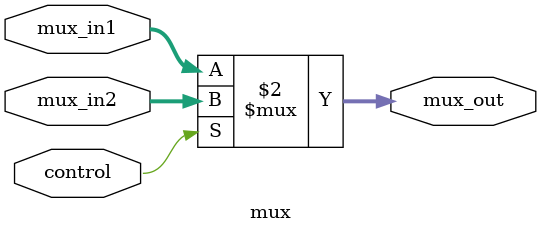
<source format=v>
module mux(mux_in1,mux_in2,control,mux_out);
input [31:0]mux_in1;
input [31:0]mux_in2;
input control;
output [31:0] mux_out;

assign mux_out =(control==0)?mux_in1:mux_in2;

endmodule
</source>
